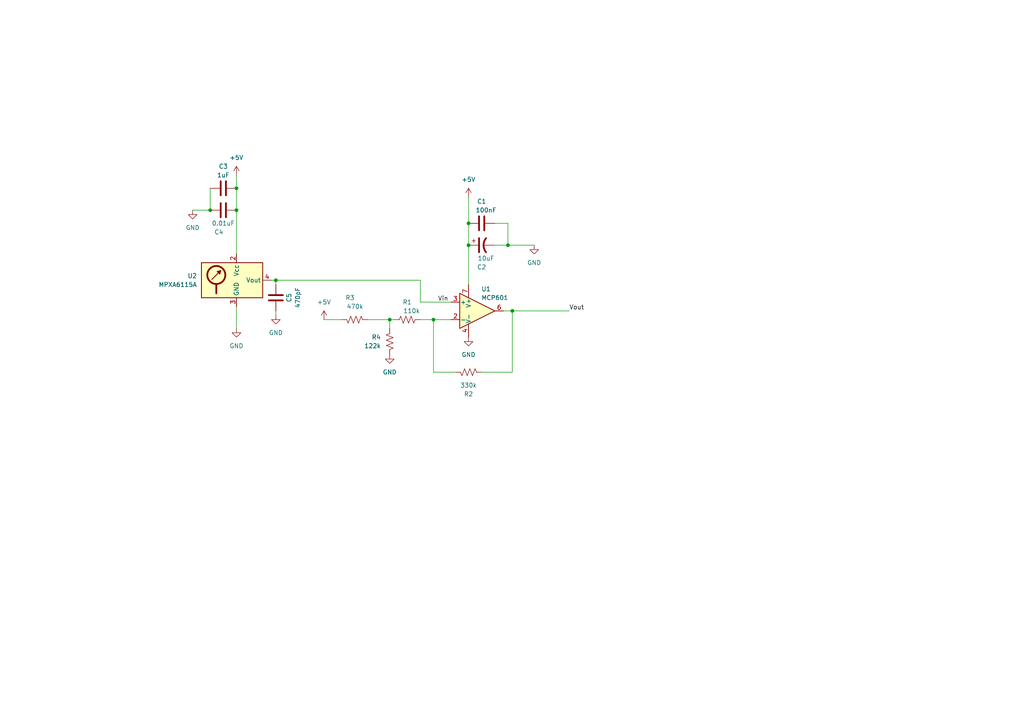
<source format=kicad_sch>
(kicad_sch (version 20230121) (generator eeschema)
  (paper "A4")
  (lib_symbols
    (symbol "Amplifier_Operational:MCP601-xSN" (pin_names (offset 0.127))
      (property "Reference" "U" (at 0 6.35 0))
      (property "Value" "MCP601-xSN" (at 0 3.81 0))
      (symbol "MCP601-xSN_0_1"
        (polyline (pts (xy -5.08 5.08) (xy 5.08 0) (xy -5.08 -5.08) (xy -5.08 5.08)) (stroke (width 0.254)) (fill (type background)))
      )
      (symbol "MCP601-xSN_1_1"
        (pin no_connect line (at -2.54 2.54 270) (length 2.54) hide (name "NC") (number "1"))
        (pin input line (at -7.62 -2.54 0) (length 2.54) (name "-") (number "2"))
        (pin input line (at -7.62 2.54 0) (length 2.54) (name "+") (number "3"))
        (pin power_in line (at -2.54 -7.62 90) (length 3.81) (name "V-") (number "4"))
        (pin no_connect line (at 0 2.54 270) (length 2.54) hide (name "NC") (number "5"))
        (pin output line (at 7.62 0 180) (length 2.54) (name "~") (number "6"))
        (pin power_in line (at -2.54 7.62 270) (length 3.81) (name "V+") (number "7"))
        (pin no_connect line (at 0 -2.54 90) (length 2.54) hide (name "NC") (number "8"))
      )
    )
    (symbol "Device:C" (pin_numbers hide) (pin_names (offset 0.254))
      (property "Reference" "C" (at 0.635 2.54 0))
      (property "Value" "C" (at 0.635 -2.54 0))
      (symbol "C_0_1"
        (polyline (pts (xy -2.032 -0.762) (xy 2.032 -0.762)) (stroke (width 0.508)))
        (polyline (pts (xy -2.032 0.762) (xy 2.032 0.762)) (stroke (width 0.508)))
      )
      (symbol "C_1_1"
        (pin passive line (at 0 3.81 270) (length 2.794) (name "~") (number "1"))
        (pin passive line (at 0 -3.81 90) (length 2.794) (name "~") (number "2"))
      )
    )
    (symbol "Device:C_Polarized_US" (pin_numbers hide) (pin_names (offset 0.254) hide)
      (property "Reference" "C" (at 0.635 2.54 0))
      (property "Value" "C_Polarized_US" (at 0.635 -2.54 0))
      (symbol "C_Polarized_US_0_1"
        (polyline (pts (xy -2.032 0.762) (xy 2.032 0.762)) (stroke (width 0.508)))
        (polyline (pts (xy -1.778 2.286) (xy -0.762 2.286)))
        (polyline (pts (xy -1.27 1.778) (xy -1.27 2.794)))
        (arc (start 2.032 -1.27) (mid 0 -0.5572) (end -2.032 -1.27) (stroke (width 0.508)))
      )
      (symbol "C_Polarized_US_1_1"
        (pin passive line (at 0 3.81 270) (length 2.794) (name "~") (number "1"))
        (pin passive line (at 0 -3.81 90) (length 3.302) (name "~") (number "2"))
      )
    )
    (symbol "Device:R_US" (pin_numbers hide) (pin_names (offset 0))
      (property "Reference" "R" (at 2.54 0 90))
      (property "Value" "R_US" (at -2.54 0 90))
      (symbol "R_US_0_1"
        (polyline (pts (xy 0 -2.286) (xy 0 -2.54)))
        (polyline (pts (xy 0 2.286) (xy 0 2.54)))
        (polyline (pts (xy 0 -0.762) (xy 1.016 -1.143) (xy 0 -1.524) (xy -1.016 -1.905) (xy 0 -2.286)))
        (polyline (pts (xy 0 0.762) (xy 1.016 0.381) (xy 0 0) (xy -1.016 -0.381) (xy 0 -0.762)))
        (polyline (pts (xy 0 2.286) (xy 1.016 1.905) (xy 0 1.524) (xy -1.016 1.143) (xy 0 0.762)))
      )
      (symbol "R_US_1_1"
        (pin passive line (at 0 3.81 270) (length 1.27) (name "~") (number "1"))
        (pin passive line (at 0 -3.81 90) (length 1.27) (name "~") (number "2"))
      )
    )
    (symbol "Sensor_Pressure:MPXA6115A"
      (property "Reference" "U" (at -10.16 6.35 0))
      (property "Value" "MPXA6115A" (at 1.27 6.35 0))
      (symbol "MPXA6115A_0_1"
        (circle (center -5.842 1.524) (radius 2.6162) (stroke (width 0.508)))
        (polyline (pts (xy -7.112 0.254) (xy -4.572 2.794)) (stroke (width 0.254)))
        (polyline (pts (xy -5.842 -1.27) (xy -5.842 -3.81)) (stroke (width 0.508)))
        (polyline (pts (xy -4.572 2.794) (xy -4.826 1.778) (xy -5.588 2.54) (xy -4.572 2.794)) (stroke (width 0.254)) (fill (type outline)))
        (rectangle (start 7.62 5.08) (end -10.16 -5.08) (stroke (width 0.254)) (fill (type background)))
      )
      (symbol "MPXA6115A_1_1"
        (pin no_connect line (at 5.08 -5.08 90) (length 2.54) hide (name "NC") (number "1"))
        (pin power_in line (at 0 7.62 270) (length 2.54) (name "Vcc") (number "2"))
        (pin power_in line (at 0 -7.62 90) (length 2.54) (name "GND") (number "3"))
        (pin output line (at 10.16 0 180) (length 2.54) (name "Vout") (number "4"))
        (pin no_connect line (at -7.62 -5.08 90) (length 2.54) hide (name "NC") (number "5"))
        (pin no_connect line (at -5.08 -5.08 90) (length 2.54) hide (name "NC") (number "6"))
        (pin no_connect line (at -2.54 -5.08 90) (length 2.54) hide (name "NC") (number "7"))
        (pin no_connect line (at 2.54 -5.08 90) (length 2.54) hide (name "NC") (number "8"))
      )
    )
    (symbol "power:+5V" (power) (pin_names (offset 0))
      (property "Value" "+5V" (at 0 3.556 0))
      (symbol "+5V_0_1"
        (polyline (pts (xy -0.762 1.27) (xy 0 2.54)))
        (polyline (pts (xy 0 0) (xy 0 2.54)))
        (polyline (pts (xy 0 2.54) (xy 0.762 1.27)))
      )
      (symbol "+5V_1_1"
        (pin power_in line (at 0 0 90) (length 0) hide (name "+5V") (number "1"))
      )
    )
    (symbol "power:GND" (power) (pin_names (offset 0))
      (property "Value" "GND" (at 0 -3.81 0))
      (symbol "GND_0_1"
        (polyline (pts (xy 0 0) (xy 0 -1.27) (xy 1.27 -1.27) (xy 0 -2.54) (xy -1.27 -1.27) (xy 0 -1.27)))
      )
      (symbol "GND_1_1"
        (pin power_in line (at 0 0 270) (length 0) hide (name "GND") (number "1"))
      )
    )
  )
  (junction (at 135.89 71.12))
  (junction (at 125.73 92.71))
  (junction (at 113.03 92.71))
  (junction (at 135.89 64.77))
  (junction (at 80.01 81.28))
  (junction (at 60.96 60.96))
  (junction (at 68.58 60.96))
  (junction (at 147.32 71.12))
  (junction (at 68.58 54.61))
  (junction (at 148.59 90.17))
  (wire (pts (xy 125.73 107.95) (xy 125.73 92.71)))
  (wire (pts (xy 68.58 54.61) (xy 68.58 60.96)))
  (wire (pts (xy 132.08 107.95) (xy 125.73 107.95)))
  (wire (pts (xy 148.59 107.95) (xy 139.7 107.95)))
  (wire (pts (xy 80.01 90.17) (xy 80.01 91.44)))
  (wire (pts (xy 68.58 60.96) (xy 68.58 73.66)))
  (wire (pts (xy 125.73 92.71) (xy 130.81 92.71)))
  (wire (pts (xy 80.01 82.55) (xy 80.01 81.28)))
  (wire (pts (xy 148.59 90.17) (xy 148.59 107.95)))
  (wire (pts (xy 80.01 81.28) (xy 121.92 81.28)))
  (wire (pts (xy 135.89 71.12) (xy 135.89 82.55)))
  (wire (pts (xy 135.89 64.77) (xy 135.89 71.12)))
  (wire (pts (xy 147.32 64.77) (xy 147.32 71.12)))
  (wire (pts (xy 121.92 87.63) (xy 130.81 87.63)))
  (wire (pts (xy 68.58 88.9) (xy 68.58 95.25)))
  (wire (pts (xy 114.3 92.71) (xy 113.03 92.71)))
  (wire (pts (xy 135.89 57.15) (xy 135.89 64.77)))
  (wire (pts (xy 154.94 71.12) (xy 147.32 71.12)))
  (wire (pts (xy 147.32 64.77) (xy 143.51 64.77)))
  (wire (pts (xy 60.96 54.61) (xy 60.96 60.96)))
  (wire (pts (xy 93.98 92.71) (xy 99.06 92.71)))
  (wire (pts (xy 55.88 60.96) (xy 60.96 60.96)))
  (wire (pts (xy 121.92 81.28) (xy 121.92 87.63)))
  (wire (pts (xy 121.92 92.71) (xy 125.73 92.71)))
  (wire (pts (xy 113.03 92.71) (xy 113.03 95.25)))
  (wire (pts (xy 148.59 90.17) (xy 165.1 90.17)))
  (wire (pts (xy 106.68 92.71) (xy 113.03 92.71)))
  (wire (pts (xy 146.05 90.17) (xy 148.59 90.17)))
  (wire (pts (xy 68.58 50.8) (xy 68.58 54.61)))
  (wire (pts (xy 147.32 71.12) (xy 143.51 71.12)))
  (wire (pts (xy 80.01 81.28) (xy 78.74 81.28)))
  (label "Vin" (at 127 87.63 0))
  (label "Vout" (at 165.1 90.17 0))
  (symbol (lib_id "Device:C") (at 139.7 64.77 90) (unit 1)
    (property "Reference" "C1" (at 139.7 58.42 90))
    (property "Value" "100nF" (at 140.97 60.96 90))
  )
  (symbol (lib_id "Device:R_US") (at 113.03 99.06 0) (mirror y) (unit 1)
    (property "Reference" "R4" (at 110.49 97.79 0) (effects (justify left)))
    (property "Value" "122k" (at 110.49 100.33 0) (effects (justify left)))
  )
  (symbol (lib_id "power:GND") (at 80.01 91.44 0) (unit 1)
    (property "Reference" "#PWR04" (effects hide))
    (property "Value" "GND" (at 80.01 96.52 0))
  )
  (symbol (lib_id "power:GND") (at 113.03 102.87 0) (unit 1)
    (property "Reference" "#PWR03" (effects hide))
    (property "Value" "GND" (at 113.03 107.95 0))
  )
  (symbol (lib_id "Device:R_US") (at 135.89 107.95 90) (mirror x) (unit 1)
    (property "Reference" "R2" (at 135.89 114.3 90))
    (property "Value" "330k" (at 135.89 111.76 90))
  )
  (symbol (lib_id "power:GND") (at 154.94 71.12 0) (unit 1)
    (property "Reference" "#PWR05" (effects hide))
    (property "Value" "GND" (at 154.94 76.2 0))
  )
  (symbol (lib_id "power:+5V") (at 135.89 57.15 0) (unit 1)
    (property "Reference" "#PWR02" (effects hide))
    (property "Value" "+5V" (at 135.89 52.07 0))
  )
  (symbol (lib_id "Device:C_Polarized_US") (at 139.7 71.12 90) (mirror x) (unit 1)
    (property "Reference" "C2" (at 139.7 77.47 90))
    (property "Value" "10uF" (at 140.97 74.93 90))
  )
  (symbol (lib_id "Device:C") (at 80.01 86.36 180) (unit 1)
    (property "Reference" "C5" (at 83.82 86.36 90))
    (property "Value" "470pF" (at 86.36 86.36 90))
  )
  (symbol (lib_id "power:GND") (at 55.88 60.96 0) (unit 1)
    (property "Reference" "#PWR07" (effects hide))
    (property "Value" "GND" (at 55.88 66.04 0))
  )
  (symbol (lib_id "power:GND") (at 135.89 97.79 0) (unit 1)
    (property "Reference" "#PWR01" (effects hide))
    (property "Value" "GND" (at 135.89 102.87 0))
  )
  (symbol (lib_id "Device:R_US") (at 102.87 92.71 270) (mirror x) (unit 1)
    (property "Reference" "R3" (at 102.87 86.36 90) (effects (justify right)))
    (property "Value" "470k" (at 105.41 88.9 90) (effects (justify right)))
  )
  (symbol (lib_id "Device:C") (at 64.77 54.61 90) (unit 1)
    (property "Reference" "C3" (at 64.77 48.26 90))
    (property "Value" "1uF" (at 64.77 50.8 90))
  )
  (symbol (lib_id "power:GND") (at 68.58 95.25 0) (unit 1)
    (property "Reference" "#PWR06" (effects hide))
    (property "Value" "GND" (at 68.58 100.33 0))
  )
  (symbol (lib_id "Device:C") (at 64.77 60.96 90) (unit 1)
    (property "Reference" "C4" (at 63.5 67.31 90))
    (property "Value" "0.01uF" (at 64.77 64.77 90))
  )
  (symbol (lib_id "power:+5V") (at 93.98 92.71 0) (unit 1)
    (property "Reference" "#PWR08" (effects hide))
    (property "Value" "+5V" (at 93.98 87.63 0))
  )
  (symbol (lib_id "power:+5V") (at 68.58 50.8 0) (unit 1)
    (property "Reference" "#PWR09" (effects hide))
    (property "Value" "+5V" (at 68.58 45.72 0))
  )
  (symbol (lib_id "Amplifier_Operational:MCP601-xSN") (at 138.43 90.17 0) (unit 1)
    (property "Reference" "U1" (at 140.97 83.82 0))
    (property "Value" "MCP601" (at 143.51 86.36 0))
    (property "Footprint" "Package_SO:SOIC-8_3.9x4.9mm_P1.27mm" (effects hide))
    (property "Datasheet" "http://ww1.microchip.com/downloads/en/DeviceDoc/21314g.pdf" (effects hide))
  )
  (symbol (lib_id "Device:R_US") (at 118.11 92.71 90) (unit 1)
    (property "Reference" "R1" (at 118.11 87.63 90))
    (property "Value" "110k" (at 119.38 90.17 90))
  )
  (symbol (lib_id "Sensor_Pressure:MPXA6115A") (at 68.58 81.28 0) (unit 1)
    (property "Reference" "U2" (at 57.15 80.01 0) (effects (justify right)))
    (property "Value" "MPXA6115A" (at 57.15 82.55 0) (effects (justify right)))
    (property "Datasheet" "https://www.nxp.com/docs/en/data-sheet/MPXA6115A.pdf" (effects hide))
  )
)
</source>
